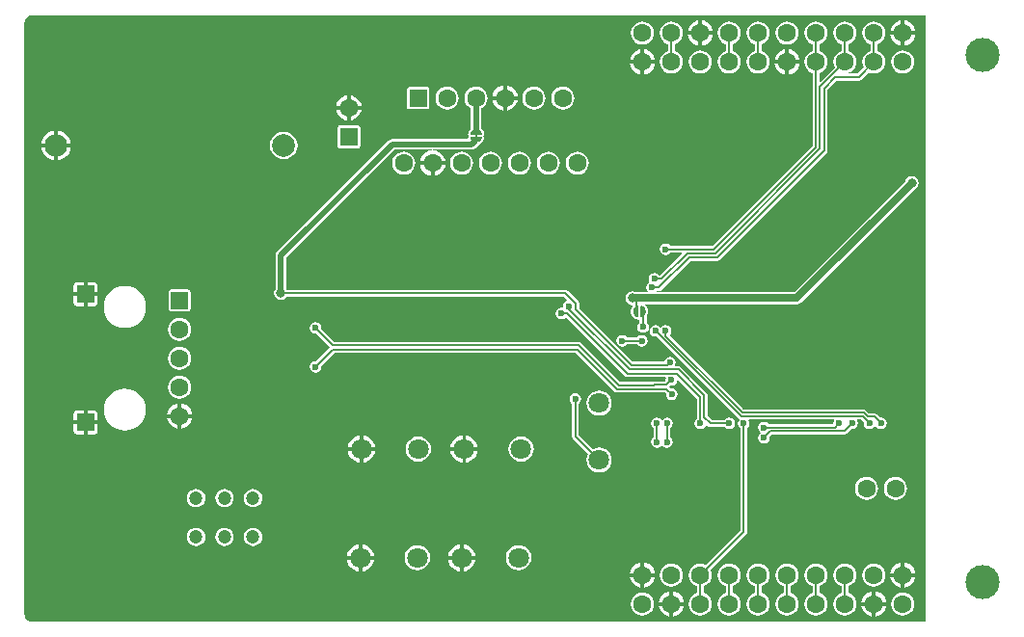
<source format=gbl>
G04 Layer_Physical_Order=2*
G04 Layer_Color=16711680*
%FSTAX24Y24*%
%MOIN*%
G70*
G01*
G75*
%ADD21C,0.0250*%
%ADD23C,0.0060*%
%ADD24C,0.0080*%
%ADD26C,0.0630*%
%ADD27C,0.1968*%
%ADD28C,0.1181*%
%ADD29R,0.0591X0.0591*%
%ADD30C,0.0787*%
%ADD31R,0.0610X0.0610*%
%ADD32R,0.0630X0.0630*%
%ADD33C,0.0709*%
%ADD34C,0.0472*%
%ADD35C,0.0236*%
%ADD36C,0.0315*%
%ADD37C,0.0079*%
%ADD38C,0.0200*%
G36*
X05979Y026173D02*
X0289D01*
Y026173D01*
X028831Y026182D01*
X028766Y026209D01*
X028711Y026251D01*
X028669Y026306D01*
X028642Y026371D01*
X028633Y02644D01*
X028633D01*
Y04689D01*
X028633D01*
X028642Y046959D01*
X028669Y047024D01*
X028711Y047079D01*
X028766Y047121D01*
X028831Y047148D01*
X0289Y047157D01*
Y047157D01*
X05979D01*
Y026173D01*
D02*
G37*
%LPC*%
G36*
X04768Y034082D02*
X047603Y034067D01*
X047537Y034023D01*
X047493Y033957D01*
X047478Y03388D01*
X047493Y033803D01*
X047537Y033737D01*
X047568Y033717D01*
Y032592D01*
X047568Y032592D01*
X047576Y032549D01*
X047601Y032512D01*
X048121Y031992D01*
X048121Y031991D01*
X048077Y031885D01*
X048062Y031772D01*
X048077Y031658D01*
X048121Y031552D01*
X04819Y031462D01*
X048281Y031392D01*
X048387Y031348D01*
X0485Y031333D01*
X048613Y031348D01*
X048719Y031392D01*
X04881Y031462D01*
X048879Y031552D01*
X048923Y031658D01*
X048938Y031772D01*
X048923Y031885D01*
X048879Y031991D01*
X04881Y032081D01*
X048719Y032151D01*
X048613Y032195D01*
X0485Y03221D01*
X048387Y032195D01*
X048281Y032151D01*
X04828Y03215D01*
X047792Y032638D01*
Y033717D01*
X047823Y033737D01*
X047867Y033803D01*
X047882Y03388D01*
X047867Y033957D01*
X047823Y034023D01*
X047757Y034067D01*
X04768Y034082D01*
D02*
G37*
G36*
X040224Y03209D02*
X039814D01*
X039822Y032026D01*
X03987Y031911D01*
X039946Y031812D01*
X040045Y031736D01*
X04016Y031688D01*
X040224Y031679D01*
Y03209D01*
D02*
G37*
G36*
X05775Y031188D02*
X057647Y031175D01*
X057551Y031135D01*
X057468Y031072D01*
X057405Y030989D01*
X057365Y030893D01*
X057352Y03079D01*
X057365Y030687D01*
X057405Y030591D01*
X057468Y030508D01*
X057551Y030445D01*
X057647Y030405D01*
X05775Y030392D01*
X057853Y030405D01*
X057949Y030445D01*
X058032Y030508D01*
X058095Y030591D01*
X058135Y030687D01*
X058148Y03079D01*
X058135Y030893D01*
X058095Y030989D01*
X058032Y031072D01*
X057949Y031135D01*
X057853Y031175D01*
X05775Y031188D01*
D02*
G37*
G36*
X05875D02*
X058647Y031175D01*
X058551Y031135D01*
X058468Y031072D01*
X058405Y030989D01*
X058365Y030893D01*
X058352Y03079D01*
X058365Y030687D01*
X058405Y030591D01*
X058468Y030508D01*
X058551Y030445D01*
X058647Y030405D01*
X05875Y030392D01*
X058853Y030405D01*
X058949Y030445D01*
X059032Y030508D01*
X059095Y030591D01*
X059135Y030687D01*
X059148Y03079D01*
X059135Y030893D01*
X059095Y030989D01*
X059032Y031072D01*
X058949Y031135D01*
X058853Y031175D01*
X05875Y031188D01*
D02*
G37*
G36*
X044305Y03209D02*
X043894D01*
Y031679D01*
X043958Y031688D01*
X044073Y031736D01*
X044173Y031812D01*
X044249Y031911D01*
X044296Y032026D01*
X044305Y03209D01*
D02*
G37*
G36*
X042253Y032588D02*
X042139Y032573D01*
X042034Y032529D01*
X041943Y03246D01*
X041873Y032369D01*
X04183Y032263D01*
X041815Y03215D01*
X04183Y032037D01*
X041873Y031931D01*
X041943Y03184D01*
X042034Y031771D01*
X042139Y031727D01*
X042253Y031712D01*
X042366Y031727D01*
X042472Y031771D01*
X042563Y03184D01*
X042632Y031931D01*
X042676Y032037D01*
X042691Y03215D01*
X042676Y032263D01*
X042632Y032369D01*
X042563Y03246D01*
X042472Y032529D01*
X042366Y032573D01*
X042253Y032588D01*
D02*
G37*
G36*
X043774Y03209D02*
X043364D01*
X043372Y032026D01*
X04342Y031911D01*
X043496Y031812D01*
X043595Y031736D01*
X04371Y031688D01*
X043774Y031679D01*
Y03209D01*
D02*
G37*
G36*
X040755D02*
X040344D01*
Y031679D01*
X040408Y031688D01*
X040523Y031736D01*
X040623Y031812D01*
X040699Y031911D01*
X040746Y032026D01*
X040755Y03209D01*
D02*
G37*
G36*
X034566Y02943D02*
X034483Y02942D01*
X034406Y029388D01*
X03434Y029337D01*
X03429Y029271D01*
X034258Y029194D01*
X034247Y029111D01*
X034258Y029029D01*
X03429Y028952D01*
X03434Y028886D01*
X034406Y028835D01*
X034483Y028803D01*
X034566Y028792D01*
X034648Y028803D01*
X034725Y028835D01*
X034791Y028886D01*
X034842Y028952D01*
X034874Y029029D01*
X034885Y029111D01*
X034874Y029194D01*
X034842Y029271D01*
X034791Y029337D01*
X034725Y029388D01*
X034648Y02942D01*
X034566Y02943D01*
D02*
G37*
G36*
X03555D02*
X035467Y02942D01*
X035391Y029388D01*
X035324Y029337D01*
X035274Y029271D01*
X035242Y029194D01*
X035231Y029111D01*
X035242Y029029D01*
X035274Y028952D01*
X035324Y028886D01*
X035391Y028835D01*
X035467Y028803D01*
X03555Y028792D01*
X035633Y028803D01*
X035709Y028835D01*
X035776Y028886D01*
X035826Y028952D01*
X035858Y029029D01*
X035869Y029111D01*
X035858Y029194D01*
X035826Y029271D01*
X035776Y029337D01*
X035709Y029388D01*
X035633Y02942D01*
X03555Y02943D01*
D02*
G37*
G36*
X04031Y028861D02*
Y02845D01*
X040721D01*
X040712Y028514D01*
X040664Y028629D01*
X040588Y028728D01*
X040489Y028804D01*
X040374Y028852D01*
X04031Y028861D01*
D02*
G37*
G36*
X04381D02*
Y02845D01*
X044221D01*
X044212Y028514D01*
X044164Y028629D01*
X044088Y028728D01*
X043989Y028804D01*
X043874Y028852D01*
X04381Y028861D01*
D02*
G37*
G36*
X03555Y030769D02*
X035467Y030758D01*
X035391Y030726D01*
X035324Y030676D01*
X035274Y030609D01*
X035242Y030533D01*
X035231Y03045D01*
X035242Y030367D01*
X035274Y030291D01*
X035324Y030224D01*
X035391Y030174D01*
X035467Y030142D01*
X03555Y030131D01*
X035633Y030142D01*
X035709Y030174D01*
X035776Y030224D01*
X035826Y030291D01*
X035858Y030367D01*
X035869Y03045D01*
X035858Y030533D01*
X035826Y030609D01*
X035776Y030676D01*
X035709Y030726D01*
X035633Y030758D01*
X03555Y030769D01*
D02*
G37*
G36*
X036534D02*
X036452Y030758D01*
X036375Y030726D01*
X036309Y030676D01*
X036258Y030609D01*
X036226Y030533D01*
X036215Y03045D01*
X036226Y030367D01*
X036258Y030291D01*
X036309Y030224D01*
X036375Y030174D01*
X036452Y030142D01*
X036534Y030131D01*
X036617Y030142D01*
X036694Y030174D01*
X03676Y030224D01*
X03681Y030291D01*
X036842Y030367D01*
X036853Y03045D01*
X036842Y030533D01*
X03681Y030609D01*
X03676Y030676D01*
X036694Y030726D01*
X036617Y030758D01*
X036534Y030769D01*
D02*
G37*
G36*
Y02943D02*
X036452Y02942D01*
X036375Y029388D01*
X036309Y029337D01*
X036258Y029271D01*
X036226Y029194D01*
X036215Y029111D01*
X036226Y029029D01*
X036258Y028952D01*
X036309Y028886D01*
X036375Y028835D01*
X036452Y028803D01*
X036534Y028792D01*
X036617Y028803D01*
X036694Y028835D01*
X03676Y028886D01*
X03681Y028952D01*
X036842Y029029D01*
X036853Y029111D01*
X036842Y029194D01*
X03681Y029271D01*
X03676Y029337D01*
X036694Y029388D01*
X036617Y02942D01*
X036534Y02943D01*
D02*
G37*
G36*
X034566Y030769D02*
X034483Y030758D01*
X034406Y030726D01*
X03434Y030676D01*
X03429Y030609D01*
X034258Y030533D01*
X034247Y03045D01*
X034258Y030367D01*
X03429Y030291D01*
X03434Y030224D01*
X034406Y030174D01*
X034483Y030142D01*
X034566Y030131D01*
X034648Y030142D01*
X034725Y030174D01*
X034791Y030224D01*
X034842Y030291D01*
X034874Y030367D01*
X034885Y03045D01*
X034874Y030533D01*
X034842Y030609D01*
X034791Y030676D01*
X034725Y030726D01*
X034648Y030758D01*
X034566Y030769D01*
D02*
G37*
G36*
X030689Y03349D02*
X030454D01*
X030407Y03348D01*
X030367Y033454D01*
X030341Y033414D01*
X030331Y033367D01*
Y033132D01*
X030689D01*
Y03349D01*
D02*
G37*
G36*
X031044D02*
X030809D01*
Y033132D01*
X031166D01*
Y033367D01*
X031157Y033414D01*
X031131Y033454D01*
X031091Y03348D01*
X031044Y03349D01*
D02*
G37*
G36*
X03394Y03323D02*
X033569D01*
X033576Y033176D01*
X03362Y033071D01*
X03369Y03298D01*
X033781Y03291D01*
X033886Y032866D01*
X03394Y032859D01*
Y03323D01*
D02*
G37*
G36*
X034431D02*
X03406D01*
Y032859D01*
X034114Y032866D01*
X034219Y03291D01*
X03431Y03298D01*
X03438Y033071D01*
X034424Y033176D01*
X034431Y03323D01*
D02*
G37*
G36*
X03394Y033721D02*
X033886Y033714D01*
X033781Y03367D01*
X03369Y0336D01*
X03362Y033509D01*
X033576Y033404D01*
X033569Y03335D01*
X03394D01*
Y033721D01*
D02*
G37*
G36*
X03406D02*
Y03335D01*
X034431D01*
X034424Y033404D01*
X03438Y033509D01*
X03431Y0336D01*
X034219Y03367D01*
X034114Y033714D01*
X03406Y033721D01*
D02*
G37*
G36*
X05085Y033242D02*
X050773Y033227D01*
X050707Y033183D01*
X05069Y033157D01*
X05066D01*
X050643Y033183D01*
X050577Y033227D01*
X0505Y033242D01*
X050423Y033227D01*
X050357Y033183D01*
X050313Y033117D01*
X050298Y03304D01*
X050313Y032963D01*
X050357Y032897D01*
X050388Y032877D01*
Y032553D01*
X050357Y032533D01*
X050313Y032467D01*
X050298Y03239D01*
X050313Y032313D01*
X050357Y032247D01*
X050423Y032203D01*
X0505Y032188D01*
X050577Y032203D01*
X050643Y032247D01*
X05066Y032273D01*
X05069D01*
X050707Y032247D01*
X050773Y032203D01*
X05085Y032188D01*
X050927Y032203D01*
X050993Y032247D01*
X051037Y032313D01*
X051052Y03239D01*
X051037Y032467D01*
X050993Y032533D01*
X050962Y032553D01*
Y032877D01*
X050993Y032897D01*
X051037Y032963D01*
X051052Y03304D01*
X051037Y033117D01*
X050993Y033183D01*
X050927Y033227D01*
X05085Y033242D01*
D02*
G37*
G36*
X0485Y034178D02*
X048387Y034163D01*
X048281Y034119D01*
X04819Y03405D01*
X048121Y033959D01*
X048077Y033853D01*
X048062Y03374D01*
X048077Y033627D01*
X048121Y033521D01*
X04819Y03343D01*
X048281Y033361D01*
X048387Y033317D01*
X0485Y033302D01*
X048613Y033317D01*
X048719Y033361D01*
X04881Y03343D01*
X048879Y033521D01*
X048923Y033627D01*
X048938Y03374D01*
X048923Y033853D01*
X048879Y033959D01*
X04881Y03405D01*
X048719Y034119D01*
X048613Y034163D01*
X0485Y034178D01*
D02*
G37*
G36*
X043774Y032621D02*
X04371Y032612D01*
X043595Y032564D01*
X043496Y032488D01*
X04342Y032389D01*
X043372Y032274D01*
X043364Y03221D01*
X043774D01*
Y032621D01*
D02*
G37*
G36*
X040344D02*
Y03221D01*
X040755D01*
X040746Y032274D01*
X040699Y032389D01*
X040623Y032488D01*
X040523Y032564D01*
X040408Y032612D01*
X040344Y032621D01*
D02*
G37*
G36*
X045803Y032588D02*
X045689Y032573D01*
X045584Y032529D01*
X045493Y03246D01*
X045423Y032369D01*
X04538Y032263D01*
X045365Y03215D01*
X04538Y032037D01*
X045423Y031931D01*
X045493Y03184D01*
X045584Y031771D01*
X045689Y031727D01*
X045803Y031712D01*
X045916Y031727D01*
X046022Y031771D01*
X046113Y03184D01*
X046182Y031931D01*
X046226Y032037D01*
X046241Y03215D01*
X046226Y032263D01*
X046182Y032369D01*
X046113Y03246D01*
X046022Y032529D01*
X045916Y032573D01*
X045803Y032588D01*
D02*
G37*
G36*
X040224Y032621D02*
X04016Y032612D01*
X040045Y032564D01*
X039946Y032488D01*
X03987Y032389D01*
X039822Y032274D01*
X039814Y03221D01*
X040224D01*
Y032621D01*
D02*
G37*
G36*
X031166Y033012D02*
X030809D01*
Y032654D01*
X031044D01*
X031091Y032664D01*
X031131Y03269D01*
X031157Y03273D01*
X031166Y032777D01*
Y033012D01*
D02*
G37*
G36*
X032106Y034242D02*
X031965Y034228D01*
X031829Y034187D01*
X031704Y03412D01*
X031594Y03403D01*
X031504Y033921D01*
X031437Y033795D01*
X031396Y03366D01*
X031382Y033518D01*
X031396Y033377D01*
X031437Y033241D01*
X031504Y033116D01*
X031594Y033006D01*
X031704Y032916D01*
X031829Y032849D01*
X031965Y032808D01*
X032106Y032794D01*
X032248Y032808D01*
X032383Y032849D01*
X032509Y032916D01*
X032618Y033006D01*
X032708Y033116D01*
X032775Y033241D01*
X032816Y033377D01*
X03283Y033518D01*
X032816Y03366D01*
X032775Y033795D01*
X032708Y033921D01*
X032618Y03403D01*
X032509Y03412D01*
X032383Y034187D01*
X032248Y034228D01*
X032106Y034242D01*
D02*
G37*
G36*
X043894Y032621D02*
Y03221D01*
X044305D01*
X044296Y032274D01*
X044249Y032389D01*
X044173Y032488D01*
X044073Y032564D01*
X043958Y032612D01*
X043894Y032621D01*
D02*
G37*
G36*
X030689Y033012D02*
X030331D01*
Y032777D01*
X030341Y03273D01*
X030367Y03269D01*
X030407Y032664D01*
X030454Y032654D01*
X030689D01*
Y033012D01*
D02*
G37*
G36*
X04369Y028861D02*
X043626Y028852D01*
X043511Y028804D01*
X043412Y028728D01*
X043336Y028629D01*
X043288Y028514D01*
X043279Y02845D01*
X04369D01*
Y028861D01*
D02*
G37*
G36*
X059Y027188D02*
X058897Y027175D01*
X058801Y027135D01*
X058718Y027072D01*
X058655Y026989D01*
X058615Y026893D01*
X058602Y02679D01*
X058615Y026687D01*
X058655Y026591D01*
X058718Y026508D01*
X058801Y026445D01*
X058897Y026405D01*
X059Y026392D01*
X059103Y026405D01*
X059199Y026445D01*
X059282Y026508D01*
X059345Y026591D01*
X059385Y026687D01*
X059398Y02679D01*
X059385Y026893D01*
X059345Y026989D01*
X059282Y027072D01*
X059199Y027135D01*
X059103Y027175D01*
X059Y027188D01*
D02*
G37*
G36*
X05794Y027221D02*
X057886Y027214D01*
X057781Y02717D01*
X05769Y0271D01*
X05762Y027009D01*
X057576Y026904D01*
X057569Y02685D01*
X05794D01*
Y027221D01*
D02*
G37*
G36*
X056Y028188D02*
X055897Y028175D01*
X055801Y028135D01*
X055718Y028072D01*
X055655Y027989D01*
X055615Y027893D01*
X055602Y02779D01*
X055615Y027687D01*
X055655Y027591D01*
X055718Y027508D01*
X055801Y027445D01*
X055878Y027413D01*
Y027167D01*
X055801Y027135D01*
X055718Y027072D01*
X055655Y026989D01*
X055615Y026893D01*
X055602Y02679D01*
X055615Y026687D01*
X055655Y026591D01*
X055718Y026508D01*
X055801Y026445D01*
X055897Y026405D01*
X056Y026392D01*
X056103Y026405D01*
X056199Y026445D01*
X056282Y026508D01*
X056345Y026591D01*
X056385Y026687D01*
X056398Y02679D01*
X056385Y026893D01*
X056345Y026989D01*
X056282Y027072D01*
X056199Y027135D01*
X056122Y027167D01*
Y027413D01*
X056199Y027445D01*
X056282Y027508D01*
X056345Y027591D01*
X056385Y027687D01*
X056398Y02779D01*
X056385Y027893D01*
X056345Y027989D01*
X056282Y028072D01*
X056199Y028135D01*
X056103Y028175D01*
X056Y028188D01*
D02*
G37*
G36*
X057D02*
X056897Y028175D01*
X056801Y028135D01*
X056718Y028072D01*
X056655Y027989D01*
X056615Y027893D01*
X056602Y02779D01*
X056615Y027687D01*
X056655Y027591D01*
X056718Y027508D01*
X056801Y027445D01*
X056878Y027413D01*
Y027167D01*
X056801Y027135D01*
X056718Y027072D01*
X056655Y026989D01*
X056615Y026893D01*
X056602Y02679D01*
X056615Y026687D01*
X056655Y026591D01*
X056718Y026508D01*
X056801Y026445D01*
X056897Y026405D01*
X057Y026392D01*
X057103Y026405D01*
X057199Y026445D01*
X057282Y026508D01*
X057345Y026591D01*
X057385Y026687D01*
X057398Y02679D01*
X057385Y026893D01*
X057345Y026989D01*
X057282Y027072D01*
X057199Y027135D01*
X057122Y027167D01*
Y027413D01*
X057199Y027445D01*
X057282Y027508D01*
X057345Y027591D01*
X057385Y027687D01*
X057398Y02779D01*
X057385Y027893D01*
X057345Y027989D01*
X057282Y028072D01*
X057199Y028135D01*
X057103Y028175D01*
X057Y028188D01*
D02*
G37*
G36*
X05806Y027221D02*
Y02685D01*
X058431D01*
X058424Y026904D01*
X05838Y027009D01*
X05831Y0271D01*
X058219Y02717D01*
X058114Y027214D01*
X05806Y027221D01*
D02*
G37*
G36*
X05894Y02773D02*
X058569D01*
X058576Y027676D01*
X05862Y027571D01*
X05869Y02748D01*
X058781Y02741D01*
X058886Y027366D01*
X05894Y027359D01*
Y02773D01*
D02*
G37*
G36*
X05094Y027221D02*
X050886Y027214D01*
X050781Y02717D01*
X05069Y0271D01*
X05062Y027009D01*
X050576Y026904D01*
X050569Y02685D01*
X05094D01*
Y027221D01*
D02*
G37*
G36*
X05106D02*
Y02685D01*
X051431D01*
X051424Y026904D01*
X05138Y027009D01*
X05131Y0271D01*
X051219Y02717D01*
X051114Y027214D01*
X05106Y027221D01*
D02*
G37*
G36*
X051431Y02673D02*
X05106D01*
Y026359D01*
X051114Y026366D01*
X051219Y02641D01*
X05131Y02648D01*
X05138Y026571D01*
X051424Y026676D01*
X051431Y02673D01*
D02*
G37*
G36*
X058431D02*
X05806D01*
Y026359D01*
X058114Y026366D01*
X058219Y02641D01*
X05831Y02648D01*
X05838Y026571D01*
X058424Y026676D01*
X058431Y02673D01*
D02*
G37*
G36*
X05794D02*
X057569D01*
X057576Y026676D01*
X05762Y026571D01*
X05769Y02648D01*
X057781Y02641D01*
X057886Y026366D01*
X05794Y026359D01*
Y02673D01*
D02*
G37*
G36*
X05094D02*
X050569D01*
X050576Y026676D01*
X05062Y026571D01*
X05069Y02648D01*
X050781Y02641D01*
X050886Y026366D01*
X05094Y026359D01*
Y02673D01*
D02*
G37*
G36*
X054Y028188D02*
X053897Y028175D01*
X053801Y028135D01*
X053718Y028072D01*
X053655Y027989D01*
X053615Y027893D01*
X053602Y02779D01*
X053615Y027687D01*
X053655Y027591D01*
X053718Y027508D01*
X053801Y027445D01*
X053878Y027413D01*
Y027167D01*
X053801Y027135D01*
X053718Y027072D01*
X053655Y026989D01*
X053615Y026893D01*
X053602Y02679D01*
X053615Y026687D01*
X053655Y026591D01*
X053718Y026508D01*
X053801Y026445D01*
X053897Y026405D01*
X054Y026392D01*
X054103Y026405D01*
X054199Y026445D01*
X054282Y026508D01*
X054345Y026591D01*
X054385Y026687D01*
X054398Y02679D01*
X054385Y026893D01*
X054345Y026989D01*
X054282Y027072D01*
X054199Y027135D01*
X054122Y027167D01*
Y027413D01*
X054199Y027445D01*
X054282Y027508D01*
X054345Y027591D01*
X054385Y027687D01*
X054398Y02779D01*
X054385Y027893D01*
X054345Y027989D01*
X054282Y028072D01*
X054199Y028135D01*
X054103Y028175D01*
X054Y028188D01*
D02*
G37*
G36*
X055D02*
X054897Y028175D01*
X054801Y028135D01*
X054718Y028072D01*
X054655Y027989D01*
X054615Y027893D01*
X054602Y02779D01*
X054615Y027687D01*
X054655Y027591D01*
X054718Y027508D01*
X054801Y027445D01*
X054878Y027413D01*
Y027167D01*
X054801Y027135D01*
X054718Y027072D01*
X054655Y026989D01*
X054615Y026893D01*
X054602Y02679D01*
X054615Y026687D01*
X054655Y026591D01*
X054718Y026508D01*
X054801Y026445D01*
X054897Y026405D01*
X055Y026392D01*
X055103Y026405D01*
X055199Y026445D01*
X055282Y026508D01*
X055345Y026591D01*
X055385Y026687D01*
X055398Y02679D01*
X055385Y026893D01*
X055345Y026989D01*
X055282Y027072D01*
X055199Y027135D01*
X055122Y027167D01*
Y027413D01*
X055199Y027445D01*
X055282Y027508D01*
X055345Y027591D01*
X055385Y027687D01*
X055398Y02779D01*
X055385Y027893D01*
X055345Y027989D01*
X055282Y028072D01*
X055199Y028135D01*
X055103Y028175D01*
X055Y028188D01*
D02*
G37*
G36*
X05Y027188D02*
X049897Y027175D01*
X049801Y027135D01*
X049718Y027072D01*
X049655Y026989D01*
X049615Y026893D01*
X049602Y02679D01*
X049615Y026687D01*
X049655Y026591D01*
X049718Y026508D01*
X049801Y026445D01*
X049897Y026405D01*
X05Y026392D01*
X050103Y026405D01*
X050199Y026445D01*
X050282Y026508D01*
X050345Y026591D01*
X050385Y026687D01*
X050398Y02679D01*
X050385Y026893D01*
X050345Y026989D01*
X050282Y027072D01*
X050199Y027135D01*
X050103Y027175D01*
X05Y027188D01*
D02*
G37*
G36*
X053Y028188D02*
X052897Y028175D01*
X052801Y028135D01*
X052718Y028072D01*
X052655Y027989D01*
X052615Y027893D01*
X052602Y02779D01*
X052615Y027687D01*
X052655Y027591D01*
X052718Y027508D01*
X052801Y027445D01*
X052878Y027413D01*
Y027167D01*
X052801Y027135D01*
X052718Y027072D01*
X052655Y026989D01*
X052615Y026893D01*
X052602Y02679D01*
X052615Y026687D01*
X052655Y026591D01*
X052718Y026508D01*
X052801Y026445D01*
X052897Y026405D01*
X053Y026392D01*
X053103Y026405D01*
X053199Y026445D01*
X053282Y026508D01*
X053345Y026591D01*
X053385Y026687D01*
X053398Y02679D01*
X053385Y026893D01*
X053345Y026989D01*
X053282Y027072D01*
X053199Y027135D01*
X053122Y027167D01*
Y027413D01*
X053199Y027445D01*
X053282Y027508D01*
X053345Y027591D01*
X053385Y027687D01*
X053398Y02779D01*
X053385Y027893D01*
X053345Y027989D01*
X053282Y028072D01*
X053199Y028135D01*
X053103Y028175D01*
X053Y028188D01*
D02*
G37*
G36*
X04369Y02833D02*
X043279D01*
X043288Y028266D01*
X043336Y028151D01*
X043412Y028052D01*
X043511Y027976D01*
X043626Y027928D01*
X04369Y027919D01*
Y02833D01*
D02*
G37*
G36*
X040721D02*
X04031D01*
Y027919D01*
X040374Y027928D01*
X040489Y027976D01*
X040588Y028052D01*
X040664Y028151D01*
X040712Y028266D01*
X040721Y02833D01*
D02*
G37*
G36*
X05906Y028221D02*
Y02785D01*
X059431D01*
X059424Y027904D01*
X05938Y028009D01*
X05931Y0281D01*
X059219Y02817D01*
X059114Y028214D01*
X05906Y028221D01*
D02*
G37*
G36*
X04019Y02833D02*
X039779D01*
X039788Y028266D01*
X039836Y028151D01*
X039912Y028052D01*
X040011Y027976D01*
X040126Y027928D01*
X04019Y027919D01*
Y02833D01*
D02*
G37*
G36*
X045718Y028828D02*
X045605Y028813D01*
X045499Y028769D01*
X045409Y0287D01*
X045339Y028609D01*
X045295Y028503D01*
X04528Y02839D01*
X045295Y028277D01*
X045339Y028171D01*
X045409Y02808D01*
X045499Y028011D01*
X045605Y027967D01*
X045718Y027952D01*
X045832Y027967D01*
X045938Y028011D01*
X046028Y02808D01*
X046098Y028171D01*
X046142Y028277D01*
X046157Y02839D01*
X046142Y028503D01*
X046098Y028609D01*
X046028Y0287D01*
X045938Y028769D01*
X045832Y028813D01*
X045718Y028828D01*
D02*
G37*
G36*
X04019Y028861D02*
X040126Y028852D01*
X040011Y028804D01*
X039912Y028728D01*
X039836Y028629D01*
X039788Y028514D01*
X039779Y02845D01*
X04019D01*
Y028861D01*
D02*
G37*
G36*
X044221Y02833D02*
X04381D01*
Y027919D01*
X043874Y027928D01*
X043989Y027976D01*
X044088Y028052D01*
X044164Y028151D01*
X044212Y028266D01*
X044221Y02833D01*
D02*
G37*
G36*
X042218Y028828D02*
X042105Y028813D01*
X041999Y028769D01*
X041909Y0287D01*
X041839Y028609D01*
X041795Y028503D01*
X04178Y02839D01*
X041795Y028277D01*
X041839Y028171D01*
X041909Y02808D01*
X041999Y028011D01*
X042105Y027967D01*
X042218Y027952D01*
X042332Y027967D01*
X042438Y028011D01*
X042528Y02808D01*
X042598Y028171D01*
X042642Y028277D01*
X042657Y02839D01*
X042642Y028503D01*
X042598Y028609D01*
X042528Y0287D01*
X042438Y028769D01*
X042332Y028813D01*
X042218Y028828D01*
D02*
G37*
G36*
X059431Y02773D02*
X05906D01*
Y027359D01*
X059114Y027366D01*
X059219Y02741D01*
X05931Y02748D01*
X05938Y027571D01*
X059424Y027676D01*
X059431Y02773D01*
D02*
G37*
G36*
X051Y028188D02*
X050897Y028175D01*
X050801Y028135D01*
X050718Y028072D01*
X050655Y027989D01*
X050615Y027893D01*
X050602Y02779D01*
X050615Y027687D01*
X050655Y027591D01*
X050718Y027508D01*
X050801Y027445D01*
X050897Y027405D01*
X051Y027392D01*
X051103Y027405D01*
X051199Y027445D01*
X051282Y027508D01*
X051345Y027591D01*
X051385Y027687D01*
X051398Y02779D01*
X051385Y027893D01*
X051345Y027989D01*
X051282Y028072D01*
X051199Y028135D01*
X051103Y028175D01*
X051Y028188D01*
D02*
G37*
G36*
X04994Y02773D02*
X049569D01*
X049576Y027676D01*
X04962Y027571D01*
X04969Y02748D01*
X049781Y02741D01*
X049886Y027366D01*
X04994Y027359D01*
Y02773D01*
D02*
G37*
G36*
X050431D02*
X05006D01*
Y027359D01*
X050114Y027366D01*
X050219Y02741D01*
X05031Y02748D01*
X05038Y027571D01*
X050424Y027676D01*
X050431Y02773D01*
D02*
G37*
G36*
X04994Y028221D02*
X049886Y028214D01*
X049781Y02817D01*
X04969Y0281D01*
X04962Y028009D01*
X049576Y027904D01*
X049569Y02785D01*
X04994D01*
Y028221D01*
D02*
G37*
G36*
X05006D02*
Y02785D01*
X050431D01*
X050424Y027904D01*
X05038Y028009D01*
X05031Y0281D01*
X050219Y02817D01*
X050114Y028214D01*
X05006Y028221D01*
D02*
G37*
G36*
X058Y028188D02*
X057897Y028175D01*
X057801Y028135D01*
X057718Y028072D01*
X057655Y027989D01*
X057615Y027893D01*
X057602Y02779D01*
X057615Y027687D01*
X057655Y027591D01*
X057718Y027508D01*
X057801Y027445D01*
X057897Y027405D01*
X058Y027392D01*
X058103Y027405D01*
X058199Y027445D01*
X058282Y027508D01*
X058345Y027591D01*
X058385Y027687D01*
X058398Y02779D01*
X058385Y027893D01*
X058345Y027989D01*
X058282Y028072D01*
X058199Y028135D01*
X058103Y028175D01*
X058Y028188D01*
D02*
G37*
G36*
X05894Y028221D02*
X058886Y028214D01*
X058781Y02817D01*
X05869Y0281D01*
X05862Y028009D01*
X058576Y027904D01*
X058569Y02785D01*
X05894D01*
Y028221D01*
D02*
G37*
G36*
X04994Y04548D02*
X049569D01*
X049576Y045426D01*
X04962Y045321D01*
X04969Y04523D01*
X049781Y04516D01*
X049886Y045116D01*
X04994Y045109D01*
Y04548D01*
D02*
G37*
G36*
X050431D02*
X05006D01*
Y045109D01*
X050114Y045116D01*
X050219Y04516D01*
X05031Y04523D01*
X05038Y045321D01*
X050424Y045426D01*
X050431Y04548D01*
D02*
G37*
G36*
X04531Y044721D02*
Y04435D01*
X045681D01*
X045674Y044404D01*
X04563Y044509D01*
X04556Y0446D01*
X045469Y04467D01*
X045364Y044714D01*
X04531Y044721D01*
D02*
G37*
G36*
X05494Y04548D02*
X054569D01*
X054576Y045426D01*
X05462Y045321D01*
X05469Y04523D01*
X054781Y04516D01*
X054886Y045116D01*
X05494Y045109D01*
Y04548D01*
D02*
G37*
G36*
X051Y046938D02*
X050897Y046925D01*
X050801Y046885D01*
X050718Y046822D01*
X050655Y046739D01*
X050615Y046643D01*
X050602Y04654D01*
X050615Y046437D01*
X050655Y046341D01*
X050718Y046258D01*
X050801Y046195D01*
X050878Y046163D01*
Y045917D01*
X050801Y045885D01*
X050718Y045822D01*
X050655Y045739D01*
X050615Y045643D01*
X050602Y04554D01*
X050615Y045437D01*
X050655Y045341D01*
X050718Y045258D01*
X050801Y045195D01*
X050897Y045155D01*
X051Y045142D01*
X051103Y045155D01*
X051199Y045195D01*
X051282Y045258D01*
X051345Y045341D01*
X051385Y045437D01*
X051398Y04554D01*
X051385Y045643D01*
X051345Y045739D01*
X051282Y045822D01*
X051199Y045885D01*
X051122Y045917D01*
Y046163D01*
X051199Y046195D01*
X051282Y046258D01*
X051345Y046341D01*
X051385Y046437D01*
X051398Y04654D01*
X051385Y046643D01*
X051345Y046739D01*
X051282Y046822D01*
X051199Y046885D01*
X051103Y046925D01*
X051Y046938D01*
D02*
G37*
G36*
X052Y045938D02*
X051897Y045925D01*
X051801Y045885D01*
X051718Y045822D01*
X051655Y045739D01*
X051615Y045643D01*
X051602Y04554D01*
X051615Y045437D01*
X051655Y045341D01*
X051718Y045258D01*
X051801Y045195D01*
X051897Y045155D01*
X052Y045142D01*
X052103Y045155D01*
X052199Y045195D01*
X052282Y045258D01*
X052345Y045341D01*
X052385Y045437D01*
X052398Y04554D01*
X052385Y045643D01*
X052345Y045739D01*
X052282Y045822D01*
X052199Y045885D01*
X052103Y045925D01*
X052Y045938D01*
D02*
G37*
G36*
X055431Y04548D02*
X05506D01*
Y045109D01*
X055114Y045116D01*
X055219Y04516D01*
X05531Y04523D01*
X05538Y045321D01*
X055424Y045426D01*
X055431Y04548D01*
D02*
G37*
G36*
X058Y046938D02*
X057897Y046925D01*
X057801Y046885D01*
X057718Y046822D01*
X057655Y046739D01*
X057615Y046643D01*
X057602Y04654D01*
X057615Y046437D01*
X057655Y046341D01*
X057718Y046258D01*
X057801Y046195D01*
X057878Y046163D01*
Y045917D01*
X057801Y045885D01*
X057718Y045822D01*
X057655Y045739D01*
X057615Y045643D01*
X057602Y04554D01*
X057615Y045437D01*
X057647Y04536D01*
X057424Y045137D01*
X057138D01*
X057132Y045167D01*
X057199Y045195D01*
X057282Y045258D01*
X057345Y045341D01*
X057385Y045437D01*
X057398Y04554D01*
X057385Y045643D01*
X057345Y045739D01*
X057282Y045822D01*
X057199Y045885D01*
X057122Y045917D01*
Y046163D01*
X057199Y046195D01*
X057282Y046258D01*
X057345Y046341D01*
X057385Y046437D01*
X057398Y04654D01*
X057385Y046643D01*
X057345Y046739D01*
X057282Y046822D01*
X057199Y046885D01*
X057103Y046925D01*
X057Y046938D01*
X056897Y046925D01*
X056801Y046885D01*
X056718Y046822D01*
X056655Y046739D01*
X056615Y046643D01*
X056602Y04654D01*
X056615Y046437D01*
X056655Y046341D01*
X056718Y046258D01*
X056801Y046195D01*
X056878Y046163D01*
Y045917D01*
X056801Y045885D01*
X056718Y045822D01*
X056655Y045739D01*
X056615Y045643D01*
X056602Y04554D01*
X056615Y045437D01*
X056647Y04536D01*
X05615Y044863D01*
X056122Y044875D01*
Y045163D01*
X056199Y045195D01*
X056282Y045258D01*
X056345Y045341D01*
X056385Y045437D01*
X056398Y04554D01*
X056385Y045643D01*
X056345Y045739D01*
X056282Y045822D01*
X056199Y045885D01*
X056122Y045917D01*
Y046163D01*
X056199Y046195D01*
X056282Y046258D01*
X056345Y046341D01*
X056385Y046437D01*
X056398Y04654D01*
X056385Y046643D01*
X056345Y046739D01*
X056282Y046822D01*
X056199Y046885D01*
X056103Y046925D01*
X056Y046938D01*
X055897Y046925D01*
X055801Y046885D01*
X055718Y046822D01*
X055655Y046739D01*
X055615Y046643D01*
X055602Y04654D01*
X055615Y046437D01*
X055655Y046341D01*
X055718Y046258D01*
X055801Y046195D01*
X055878Y046163D01*
Y045917D01*
X055801Y045885D01*
X055718Y045822D01*
X055655Y045739D01*
X055615Y045643D01*
X055602Y04554D01*
X055615Y045437D01*
X055655Y045341D01*
X055718Y045258D01*
X055801Y045195D01*
X055878Y045163D01*
Y042641D01*
X052419Y039182D01*
X050957D01*
X050943Y039203D01*
X050877Y039247D01*
X0508Y039262D01*
X050723Y039247D01*
X050657Y039203D01*
X050613Y039137D01*
X050598Y03906D01*
X050613Y038983D01*
X050657Y038917D01*
X050723Y038873D01*
X0508Y038858D01*
X050877Y038873D01*
X050943Y038917D01*
X050957Y038938D01*
X051357D01*
X051369Y03891D01*
X050621Y038162D01*
X050567D01*
X050553Y038183D01*
X050487Y038227D01*
X05041Y038242D01*
X050333Y038227D01*
X050267Y038183D01*
X050223Y038117D01*
X050208Y03804D01*
X050223Y037963D01*
X050249Y037924D01*
X050187Y037883D01*
X050143Y037817D01*
X050128Y03774D01*
X050143Y037663D01*
X050179Y037609D01*
X050164Y037579D01*
X049775D01*
X049753Y037594D01*
X04966Y037612D01*
X049567Y037594D01*
X049489Y037541D01*
X049436Y037463D01*
X049418Y03737D01*
X049436Y037277D01*
X049489Y037199D01*
X049567Y037146D01*
X049655Y037129D01*
Y03708D01*
X049634Y037054D01*
X04962Y03702D01*
X049615Y037012D01*
X049613Y037002D01*
X049606Y036984D01*
X049596Y03691D01*
X049606Y036836D01*
X049634Y036766D01*
X04968Y036707D01*
X04974Y036661D01*
X049784Y036643D01*
X049809Y036632D01*
X049812Y036632D01*
X049812Y036634D01*
X04984Y036628D01*
X049868Y036634D01*
X049898Y036614D01*
Y036527D01*
X049877Y036513D01*
X049833Y036447D01*
X049818Y03637D01*
X049833Y036293D01*
X049877Y036227D01*
X049943Y036183D01*
X05002Y036168D01*
X050097Y036183D01*
X050163Y036227D01*
X050207Y036293D01*
X050222Y03637D01*
X050207Y036447D01*
X050163Y036513D01*
X050142Y036527D01*
Y036736D01*
X050166Y036766D01*
X050194Y036836D01*
X050204Y03691D01*
X050194Y036984D01*
X050166Y037054D01*
X05012Y037113D01*
X050097Y037131D01*
X050107Y037161D01*
X05533D01*
X05533Y037161D01*
X05541Y037177D01*
X055478Y037222D01*
X059377Y041121D01*
X059403Y041126D01*
X059481Y041179D01*
X059534Y041257D01*
X059552Y04135D01*
X059534Y041443D01*
X059481Y041521D01*
X059403Y041574D01*
X05931Y041592D01*
X059217Y041574D01*
X059139Y041521D01*
X059086Y041443D01*
X059081Y041417D01*
X055243Y037579D01*
X050521D01*
X050505Y037609D01*
X05051Y037618D01*
X05057D01*
X050617Y037627D01*
X050657Y037653D01*
X051661Y038658D01*
X052586D01*
X052633Y038667D01*
X052672Y038693D01*
X056367Y042388D01*
X056393Y042427D01*
X056402Y042474D01*
Y044571D01*
X056724Y044893D01*
X057475D01*
X057522Y044902D01*
X057562Y044928D01*
X05782Y045187D01*
X057897Y045155D01*
X058Y045142D01*
X058103Y045155D01*
X058199Y045195D01*
X058282Y045258D01*
X058345Y045341D01*
X058385Y045437D01*
X058398Y04554D01*
X058385Y045643D01*
X058345Y045739D01*
X058282Y045822D01*
X058199Y045885D01*
X058122Y045917D01*
Y046163D01*
X058199Y046195D01*
X058282Y046258D01*
X058345Y046341D01*
X058385Y046437D01*
X058398Y04654D01*
X058385Y046643D01*
X058345Y046739D01*
X058282Y046822D01*
X058199Y046885D01*
X058103Y046925D01*
X058Y046938D01*
D02*
G37*
G36*
X04625Y044688D02*
X046147Y044675D01*
X046051Y044635D01*
X045968Y044572D01*
X045905Y044489D01*
X045865Y044393D01*
X045852Y04429D01*
X045865Y044187D01*
X045905Y044091D01*
X045968Y044008D01*
X046051Y043945D01*
X046147Y043905D01*
X04625Y043892D01*
X046353Y043905D01*
X046449Y043945D01*
X046532Y044008D01*
X046595Y044091D01*
X046635Y044187D01*
X046648Y04429D01*
X046635Y044393D01*
X046595Y044489D01*
X046532Y044572D01*
X046449Y044635D01*
X046353Y044675D01*
X04625Y044688D01*
D02*
G37*
G36*
X04725D02*
X047147Y044675D01*
X047051Y044635D01*
X046968Y044572D01*
X046905Y044489D01*
X046865Y044393D01*
X046852Y04429D01*
X046865Y044187D01*
X046905Y044091D01*
X046968Y044008D01*
X047051Y043945D01*
X047147Y043905D01*
X04725Y043892D01*
X047353Y043905D01*
X047449Y043945D01*
X047532Y044008D01*
X047595Y044091D01*
X047635Y044187D01*
X047648Y04429D01*
X047635Y044393D01*
X047595Y044489D01*
X047532Y044572D01*
X047449Y044635D01*
X047353Y044675D01*
X04725Y044688D01*
D02*
G37*
G36*
X045681Y04423D02*
X04531D01*
Y043859D01*
X045364Y043866D01*
X045469Y04391D01*
X04556Y04398D01*
X04563Y044071D01*
X045674Y044176D01*
X045681Y04423D01*
D02*
G37*
G36*
X04325Y044688D02*
X043147Y044675D01*
X043051Y044635D01*
X042968Y044572D01*
X042905Y044489D01*
X042865Y044393D01*
X042852Y04429D01*
X042865Y044187D01*
X042905Y044091D01*
X042968Y044008D01*
X043051Y043945D01*
X043147Y043905D01*
X04325Y043892D01*
X043353Y043905D01*
X043449Y043945D01*
X043532Y044008D01*
X043595Y044091D01*
X043635Y044187D01*
X043648Y04429D01*
X043635Y044393D01*
X043595Y044489D01*
X043532Y044572D01*
X043449Y044635D01*
X043353Y044675D01*
X04325Y044688D01*
D02*
G37*
G36*
X03991Y044381D02*
Y04401D01*
X040281D01*
X040274Y044064D01*
X04023Y044169D01*
X04016Y04426D01*
X040069Y04433D01*
X039964Y044374D01*
X03991Y044381D01*
D02*
G37*
G36*
X04519Y044721D02*
X045136Y044714D01*
X045031Y04467D01*
X04494Y0446D01*
X04487Y044509D01*
X044826Y044404D01*
X044819Y04435D01*
X04519D01*
Y044721D01*
D02*
G37*
G36*
X042555Y044677D02*
X041945D01*
X041914Y04467D01*
X041887Y044653D01*
X04187Y044626D01*
X041863Y044595D01*
Y043985D01*
X04187Y043954D01*
X041887Y043927D01*
X041914Y04391D01*
X041945Y043903D01*
X042555D01*
X042586Y04391D01*
X042613Y043927D01*
X04263Y043954D01*
X042637Y043985D01*
Y044595D01*
X04263Y044626D01*
X042613Y044653D01*
X042586Y04467D01*
X042555Y044677D01*
D02*
G37*
G36*
X03979Y044381D02*
X039736Y044374D01*
X039631Y04433D01*
X03954Y04426D01*
X03947Y044169D01*
X039426Y044064D01*
X039419Y04401D01*
X03979D01*
Y044381D01*
D02*
G37*
G36*
X053Y046938D02*
X052897Y046925D01*
X052801Y046885D01*
X052718Y046822D01*
X052655Y046739D01*
X052615Y046643D01*
X052602Y04654D01*
X052615Y046437D01*
X052655Y046341D01*
X052718Y046258D01*
X052801Y046195D01*
X052878Y046163D01*
Y045917D01*
X052801Y045885D01*
X052718Y045822D01*
X052655Y045739D01*
X052615Y045643D01*
X052602Y04554D01*
X052615Y045437D01*
X052655Y045341D01*
X052718Y045258D01*
X052801Y045195D01*
X052897Y045155D01*
X053Y045142D01*
X053103Y045155D01*
X053199Y045195D01*
X053282Y045258D01*
X053345Y045341D01*
X053385Y045437D01*
X053398Y04554D01*
X053385Y045643D01*
X053345Y045739D01*
X053282Y045822D01*
X053199Y045885D01*
X053122Y045917D01*
Y046163D01*
X053199Y046195D01*
X053282Y046258D01*
X053345Y046341D01*
X053385Y046437D01*
X053398Y04654D01*
X053385Y046643D01*
X053345Y046739D01*
X053282Y046822D01*
X053199Y046885D01*
X053103Y046925D01*
X053Y046938D01*
D02*
G37*
G36*
X05D02*
X049897Y046925D01*
X049801Y046885D01*
X049718Y046822D01*
X049655Y046739D01*
X049615Y046643D01*
X049602Y04654D01*
X049615Y046437D01*
X049655Y046341D01*
X049718Y046258D01*
X049801Y046195D01*
X049897Y046155D01*
X05Y046142D01*
X050103Y046155D01*
X050199Y046195D01*
X050282Y046258D01*
X050345Y046341D01*
X050385Y046437D01*
X050398Y04654D01*
X050385Y046643D01*
X050345Y046739D01*
X050282Y046822D01*
X050199Y046885D01*
X050103Y046925D01*
X05Y046938D01*
D02*
G37*
G36*
X055D02*
X054897Y046925D01*
X054801Y046885D01*
X054718Y046822D01*
X054655Y046739D01*
X054615Y046643D01*
X054602Y04654D01*
X054615Y046437D01*
X054655Y046341D01*
X054718Y046258D01*
X054801Y046195D01*
X054897Y046155D01*
X055Y046142D01*
X055103Y046155D01*
X055199Y046195D01*
X055282Y046258D01*
X055345Y046341D01*
X055385Y046437D01*
X055398Y04654D01*
X055385Y046643D01*
X055345Y046739D01*
X055282Y046822D01*
X055199Y046885D01*
X055103Y046925D01*
X055Y046938D01*
D02*
G37*
G36*
X052431Y04648D02*
X05206D01*
Y046109D01*
X052114Y046116D01*
X052219Y04616D01*
X05231Y04623D01*
X05238Y046321D01*
X052424Y046426D01*
X052431Y04648D01*
D02*
G37*
G36*
X059431D02*
X05906D01*
Y046109D01*
X059114Y046116D01*
X059219Y04616D01*
X05931Y04623D01*
X05938Y046321D01*
X059424Y046426D01*
X059431Y04648D01*
D02*
G37*
G36*
X05206Y046971D02*
Y0466D01*
X052431D01*
X052424Y046654D01*
X05238Y046759D01*
X05231Y04685D01*
X052219Y04692D01*
X052114Y046964D01*
X05206Y046971D01*
D02*
G37*
G36*
X05906D02*
Y0466D01*
X059431D01*
X059424Y046654D01*
X05938Y046759D01*
X05931Y04685D01*
X059219Y04692D01*
X059114Y046964D01*
X05906Y046971D01*
D02*
G37*
G36*
X05894D02*
X058886Y046964D01*
X058781Y04692D01*
X05869Y04685D01*
X05862Y046759D01*
X058576Y046654D01*
X058569Y0466D01*
X05894D01*
Y046971D01*
D02*
G37*
G36*
X05194D02*
X051886Y046964D01*
X051781Y04692D01*
X05169Y04685D01*
X05162Y046759D01*
X051576Y046654D01*
X051569Y0466D01*
X05194D01*
Y046971D01*
D02*
G37*
G36*
X05494Y045971D02*
X054886Y045964D01*
X054781Y04592D01*
X05469Y04585D01*
X05462Y045759D01*
X054576Y045654D01*
X054569Y0456D01*
X05494D01*
Y045971D01*
D02*
G37*
G36*
X04994D02*
X049886Y045964D01*
X049781Y04592D01*
X04969Y04585D01*
X04962Y045759D01*
X049576Y045654D01*
X049569Y0456D01*
X04994D01*
Y045971D01*
D02*
G37*
G36*
X054Y046938D02*
X053897Y046925D01*
X053801Y046885D01*
X053718Y046822D01*
X053655Y046739D01*
X053615Y046643D01*
X053602Y04654D01*
X053615Y046437D01*
X053655Y046341D01*
X053718Y046258D01*
X053801Y046195D01*
X053878Y046163D01*
Y045917D01*
X053801Y045885D01*
X053718Y045822D01*
X053655Y045739D01*
X053615Y045643D01*
X053602Y04554D01*
X053615Y045437D01*
X053655Y045341D01*
X053718Y045258D01*
X053801Y045195D01*
X053897Y045155D01*
X054Y045142D01*
X054103Y045155D01*
X054199Y045195D01*
X054282Y045258D01*
X054345Y045341D01*
X054385Y045437D01*
X054398Y04554D01*
X054385Y045643D01*
X054345Y045739D01*
X054282Y045822D01*
X054199Y045885D01*
X054122Y045917D01*
Y046163D01*
X054199Y046195D01*
X054282Y046258D01*
X054345Y046341D01*
X054385Y046437D01*
X054398Y04654D01*
X054385Y046643D01*
X054345Y046739D01*
X054282Y046822D01*
X054199Y046885D01*
X054103Y046925D01*
X054Y046938D01*
D02*
G37*
G36*
X059Y045938D02*
X058897Y045925D01*
X058801Y045885D01*
X058718Y045822D01*
X058655Y045739D01*
X058615Y045643D01*
X058602Y04554D01*
X058615Y045437D01*
X058655Y045341D01*
X058718Y045258D01*
X058801Y045195D01*
X058897Y045155D01*
X059Y045142D01*
X059103Y045155D01*
X059199Y045195D01*
X059282Y045258D01*
X059345Y045341D01*
X059385Y045437D01*
X059398Y04554D01*
X059385Y045643D01*
X059345Y045739D01*
X059282Y045822D01*
X059199Y045885D01*
X059103Y045925D01*
X059Y045938D01*
D02*
G37*
G36*
X05894Y04648D02*
X058569D01*
X058576Y046426D01*
X05862Y046321D01*
X05869Y04623D01*
X058781Y04616D01*
X058886Y046116D01*
X05894Y046109D01*
Y04648D01*
D02*
G37*
G36*
X05194D02*
X051569D01*
X051576Y046426D01*
X05162Y046321D01*
X05169Y04623D01*
X051781Y04616D01*
X051886Y046116D01*
X05194Y046109D01*
Y04648D01*
D02*
G37*
G36*
X05006Y045971D02*
Y0456D01*
X050431D01*
X050424Y045654D01*
X05038Y045759D01*
X05031Y04585D01*
X050219Y04592D01*
X050114Y045964D01*
X05006Y045971D01*
D02*
G37*
G36*
X05506D02*
Y0456D01*
X055431D01*
X055424Y045654D01*
X05538Y045759D01*
X05531Y04585D01*
X055219Y04592D01*
X055114Y045964D01*
X05506Y045971D01*
D02*
G37*
G36*
X031044Y037926D02*
X030809D01*
Y037568D01*
X031166D01*
Y037803D01*
X031157Y03785D01*
X031131Y03789D01*
X031091Y037916D01*
X031044Y037926D01*
D02*
G37*
G36*
X030689D02*
X030454D01*
X030407Y037916D01*
X030367Y03789D01*
X030341Y03785D01*
X030331Y037803D01*
Y037568D01*
X030689D01*
Y037926D01*
D02*
G37*
G36*
X031166Y037448D02*
X030809D01*
Y03709D01*
X031044D01*
X031091Y0371D01*
X031131Y037126D01*
X031157Y037166D01*
X031166Y037213D01*
Y037448D01*
D02*
G37*
G36*
X04269Y04198D02*
X042319D01*
X042326Y041926D01*
X04237Y041821D01*
X04244Y04173D01*
X042531Y04166D01*
X042636Y041616D01*
X04269Y041609D01*
Y04198D01*
D02*
G37*
G36*
X04375Y042438D02*
X043647Y042425D01*
X043551Y042385D01*
X043468Y042322D01*
X043405Y042239D01*
X043365Y042143D01*
X043352Y04204D01*
X043365Y041937D01*
X043405Y041841D01*
X043468Y041758D01*
X043551Y041695D01*
X043647Y041655D01*
X04375Y041642D01*
X043853Y041655D01*
X043949Y041695D01*
X044032Y041758D01*
X044095Y041841D01*
X044135Y041937D01*
X044148Y04204D01*
X044135Y042143D01*
X044095Y042239D01*
X044032Y042322D01*
X043949Y042385D01*
X043853Y042425D01*
X04375Y042438D01*
D02*
G37*
G36*
X04175D02*
X041647Y042425D01*
X041551Y042385D01*
X041468Y042322D01*
X041405Y042239D01*
X041365Y042143D01*
X041352Y04204D01*
X041365Y041937D01*
X041405Y041841D01*
X041468Y041758D01*
X041551Y041695D01*
X041647Y041655D01*
X04175Y041642D01*
X041853Y041655D01*
X041949Y041695D01*
X042032Y041758D01*
X042095Y041841D01*
X042135Y041937D01*
X042148Y04204D01*
X042135Y042143D01*
X042095Y042239D01*
X042032Y042322D01*
X041949Y042385D01*
X041853Y042425D01*
X04175Y042438D01*
D02*
G37*
G36*
X043181Y04198D02*
X04281D01*
Y041609D01*
X042864Y041616D01*
X042969Y04166D01*
X04306Y04173D01*
X04313Y041821D01*
X043174Y041926D01*
X043181Y04198D01*
D02*
G37*
G36*
X030689Y037448D02*
X030331D01*
Y037213D01*
X030341Y037166D01*
X030367Y037126D01*
X030407Y0371D01*
X030454Y03709D01*
X030689D01*
Y037448D01*
D02*
G37*
G36*
X034Y036688D02*
X033897Y036675D01*
X033801Y036635D01*
X033718Y036572D01*
X033655Y036489D01*
X033615Y036393D01*
X033602Y03629D01*
X033615Y036187D01*
X033655Y036091D01*
X033718Y036008D01*
X033801Y035945D01*
X033897Y035905D01*
X034Y035892D01*
X034103Y035905D01*
X034199Y035945D01*
X034282Y036008D01*
X034345Y036091D01*
X034385Y036187D01*
X034398Y03629D01*
X034385Y036393D01*
X034345Y036489D01*
X034282Y036572D01*
X034199Y036635D01*
X034103Y036675D01*
X034Y036688D01*
D02*
G37*
G36*
Y035688D02*
X033897Y035675D01*
X033801Y035635D01*
X033718Y035572D01*
X033655Y035489D01*
X033615Y035393D01*
X033602Y03529D01*
X033615Y035187D01*
X033655Y035091D01*
X033718Y035008D01*
X033801Y034945D01*
X033897Y034905D01*
X034Y034892D01*
X034103Y034905D01*
X034199Y034945D01*
X034282Y035008D01*
X034345Y035091D01*
X034385Y035187D01*
X034398Y03529D01*
X034385Y035393D01*
X034345Y035489D01*
X034282Y035572D01*
X034199Y035635D01*
X034103Y035675D01*
X034Y035688D01*
D02*
G37*
G36*
Y034688D02*
X033897Y034675D01*
X033801Y034635D01*
X033718Y034572D01*
X033655Y034489D01*
X033615Y034393D01*
X033602Y03429D01*
X033615Y034187D01*
X033655Y034091D01*
X033718Y034008D01*
X033801Y033945D01*
X033897Y033905D01*
X034Y033892D01*
X034103Y033905D01*
X034199Y033945D01*
X034282Y034008D01*
X034345Y034091D01*
X034385Y034187D01*
X034398Y03429D01*
X034385Y034393D01*
X034345Y034489D01*
X034282Y034572D01*
X034199Y034635D01*
X034103Y034675D01*
X034Y034688D01*
D02*
G37*
G36*
X04998Y036092D02*
X049903Y036077D01*
X049837Y036033D01*
X049817Y036002D01*
X049463D01*
X049443Y036033D01*
X049377Y036077D01*
X0493Y036092D01*
X049223Y036077D01*
X049157Y036033D01*
X049113Y035967D01*
X049098Y03589D01*
X049113Y035813D01*
X049157Y035747D01*
X049223Y035703D01*
X0493Y035688D01*
X049377Y035703D01*
X049443Y035747D01*
X049463Y035778D01*
X049817D01*
X049837Y035747D01*
X049903Y035703D01*
X04998Y035688D01*
X050057Y035703D01*
X050123Y035747D01*
X050167Y035813D01*
X050182Y03589D01*
X050167Y035967D01*
X050123Y036033D01*
X050057Y036077D01*
X04998Y036092D01*
D02*
G37*
G36*
X034295Y037667D02*
X033705D01*
X033674Y037661D01*
X033647Y037643D01*
X033629Y037616D01*
X033623Y037585D01*
Y036995D01*
X033629Y036964D01*
X033647Y036937D01*
X033674Y036919D01*
X033705Y036913D01*
X034295D01*
X034326Y036919D01*
X034353Y036937D01*
X034371Y036964D01*
X034377Y036995D01*
Y037585D01*
X034371Y037616D01*
X034353Y037643D01*
X034326Y037661D01*
X034295Y037667D01*
D02*
G37*
G36*
X0508Y036442D02*
X050723Y036427D01*
X050657Y036383D01*
X05064Y036357D01*
X05061D01*
X050593Y036383D01*
X050527Y036427D01*
X05045Y036442D01*
X050373Y036427D01*
X050307Y036383D01*
X050263Y036317D01*
X050248Y03624D01*
X050263Y036163D01*
X050307Y036097D01*
X050373Y036053D01*
X05045Y036038D01*
X050486Y036045D01*
X053331Y033201D01*
X053331Y033201D01*
X053332Y0332D01*
X053341Y033158D01*
X053313Y033117D01*
X053298Y03304D01*
X053313Y032963D01*
X053357Y032897D01*
X053378Y032883D01*
Y029341D01*
X05218Y028143D01*
X052103Y028175D01*
X052Y028188D01*
X051897Y028175D01*
X051801Y028135D01*
X051718Y028072D01*
X051655Y027989D01*
X051615Y027893D01*
X051602Y02779D01*
X051615Y027687D01*
X051655Y027591D01*
X051718Y027508D01*
X051801Y027445D01*
X051878Y027413D01*
Y027167D01*
X051801Y027135D01*
X051718Y027072D01*
X051655Y026989D01*
X051615Y026893D01*
X051602Y02679D01*
X051615Y026687D01*
X051655Y026591D01*
X051718Y026508D01*
X051801Y026445D01*
X051897Y026405D01*
X052Y026392D01*
X052103Y026405D01*
X052199Y026445D01*
X052282Y026508D01*
X052345Y026591D01*
X052385Y026687D01*
X052398Y02679D01*
X052385Y026893D01*
X052345Y026989D01*
X052282Y027072D01*
X052199Y027135D01*
X052122Y027167D01*
Y027413D01*
X052199Y027445D01*
X052282Y027508D01*
X052345Y027591D01*
X052385Y027687D01*
X052398Y02779D01*
X052385Y027893D01*
X052353Y02797D01*
X053587Y029203D01*
X053613Y029243D01*
X053622Y02929D01*
Y032883D01*
X053643Y032897D01*
X053687Y032963D01*
X053702Y03304D01*
X053687Y033117D01*
X053671Y033141D01*
X053685Y033168D01*
X056615D01*
X056629Y033141D01*
X056613Y033117D01*
X056598Y03304D01*
X0566Y033032D01*
X056575Y033002D01*
X054363D01*
X054343Y033033D01*
X054277Y033077D01*
X0542Y033092D01*
X054123Y033077D01*
X054057Y033033D01*
X054013Y032967D01*
X053998Y03289D01*
X054013Y032813D01*
X054057Y032747D01*
X054083Y03273D01*
Y0327D01*
X054057Y032683D01*
X054013Y032617D01*
X053998Y03254D01*
X054013Y032463D01*
X054057Y032397D01*
X054123Y032353D01*
X0542Y032338D01*
X054277Y032353D01*
X054343Y032397D01*
X054387Y032463D01*
X054402Y03254D01*
X054395Y032576D01*
X054476Y032658D01*
X05698D01*
X05698Y032658D01*
X057023Y032666D01*
X057059Y032691D01*
X057214Y032845D01*
X05725Y032838D01*
X057327Y032853D01*
X057393Y032897D01*
X057437Y032963D01*
X057452Y03304D01*
X057437Y033117D01*
X057421Y033141D01*
X057435Y033168D01*
X057564D01*
X057655Y033076D01*
X057648Y03304D01*
X057663Y032963D01*
X057707Y032897D01*
X057773Y032853D01*
X05785Y032838D01*
X057927Y032853D01*
X057993Y032897D01*
X058034Y032958D01*
X05805Y032961D01*
X058066Y032958D01*
X058107Y032897D01*
X058173Y032853D01*
X05825Y032838D01*
X058327Y032853D01*
X058393Y032897D01*
X058437Y032963D01*
X058452Y03304D01*
X058437Y033117D01*
X058393Y033183D01*
X058327Y033227D01*
X05825Y033242D01*
X058214Y033235D01*
X058099Y033349D01*
X058063Y033374D01*
X05802Y033382D01*
X05802Y033382D01*
X057836D01*
X057739Y033479D01*
X057703Y033504D01*
X05766Y033512D01*
X05766Y033512D01*
X053506D01*
X050941Y036077D01*
X050943Y036097D01*
X050987Y036163D01*
X051002Y03624D01*
X050987Y036317D01*
X050943Y036383D01*
X050877Y036427D01*
X0508Y036442D01*
D02*
G37*
G36*
X032106Y037786D02*
X031965Y037772D01*
X031829Y037731D01*
X031704Y037664D01*
X031594Y037574D01*
X031504Y037464D01*
X031437Y037339D01*
X031396Y037203D01*
X031382Y037062D01*
X031396Y03692D01*
X031437Y036785D01*
X031504Y036659D01*
X031594Y03655D01*
X031704Y03646D01*
X031829Y036393D01*
X031965Y036352D01*
X032106Y036338D01*
X032248Y036352D01*
X032383Y036393D01*
X032509Y03646D01*
X032618Y03655D01*
X032708Y036659D01*
X032775Y036785D01*
X032816Y03692D01*
X03283Y037062D01*
X032816Y037203D01*
X032775Y037339D01*
X032708Y037464D01*
X032618Y037574D01*
X032509Y037664D01*
X032383Y037731D01*
X032248Y037772D01*
X032106Y037786D01*
D02*
G37*
G36*
X04475Y042438D02*
X044647Y042425D01*
X044551Y042385D01*
X044468Y042322D01*
X044405Y042239D01*
X044365Y042143D01*
X044352Y04204D01*
X044365Y041937D01*
X044405Y041841D01*
X044468Y041758D01*
X044551Y041695D01*
X044647Y041655D01*
X04475Y041642D01*
X044853Y041655D01*
X044949Y041695D01*
X045032Y041758D01*
X045095Y041841D01*
X045135Y041937D01*
X045148Y04204D01*
X045135Y042143D01*
X045095Y042239D01*
X045032Y042322D01*
X044949Y042385D01*
X044853Y042425D01*
X04475Y042438D01*
D02*
G37*
G36*
X029786Y04316D02*
Y04271D01*
X030236D01*
X030226Y042784D01*
X030175Y042909D01*
X030092Y043016D01*
X029985Y043099D01*
X02986Y04315D01*
X029786Y04316D01*
D02*
G37*
G36*
X029666D02*
X029592Y04315D01*
X029467Y043099D01*
X02936Y043016D01*
X029277Y042909D01*
X029225Y042784D01*
X029216Y04271D01*
X029666D01*
Y04316D01*
D02*
G37*
G36*
X040165Y043347D02*
X039535D01*
X039504Y04334D01*
X039477Y043323D01*
X03946Y043296D01*
X039453Y043265D01*
Y042635D01*
X03946Y042604D01*
X039477Y042577D01*
X039504Y04256D01*
X039535Y042553D01*
X040165D01*
X040196Y04256D01*
X040223Y042577D01*
X04024Y042604D01*
X040247Y042635D01*
Y043265D01*
X04024Y043296D01*
X040223Y043323D01*
X040196Y04334D01*
X040165Y043347D01*
D02*
G37*
G36*
X04519Y04423D02*
X044819D01*
X044826Y044176D01*
X04487Y044071D01*
X04494Y04398D01*
X045031Y04391D01*
X045136Y043866D01*
X04519Y043859D01*
Y04423D01*
D02*
G37*
G36*
X040281Y04389D02*
X03991D01*
Y043519D01*
X039964Y043526D01*
X040069Y04357D01*
X04016Y04364D01*
X04023Y043731D01*
X040274Y043836D01*
X040281Y04389D01*
D02*
G37*
G36*
X03979D02*
X039419D01*
X039426Y043836D01*
X03947Y043731D01*
X03954Y04364D01*
X039631Y04357D01*
X039736Y043526D01*
X03979Y043519D01*
Y04389D01*
D02*
G37*
G36*
X0376Y043128D02*
X037476Y043112D01*
X037361Y043064D01*
X037262Y042988D01*
X037186Y042889D01*
X037138Y042774D01*
X037122Y04265D01*
X037138Y042526D01*
X037186Y042411D01*
X037262Y042312D01*
X037361Y042236D01*
X037476Y042188D01*
X0376Y042172D01*
X037724Y042188D01*
X037839Y042236D01*
X037938Y042312D01*
X038014Y042411D01*
X038062Y042526D01*
X038078Y04265D01*
X038062Y042774D01*
X038014Y042889D01*
X037938Y042988D01*
X037839Y043064D01*
X037724Y043112D01*
X0376Y043128D01*
D02*
G37*
G36*
X04775Y042438D02*
X047647Y042425D01*
X047551Y042385D01*
X047468Y042322D01*
X047405Y042239D01*
X047365Y042143D01*
X047352Y04204D01*
X047365Y041937D01*
X047405Y041841D01*
X047468Y041758D01*
X047551Y041695D01*
X047647Y041655D01*
X04775Y041642D01*
X047853Y041655D01*
X047949Y041695D01*
X048032Y041758D01*
X048095Y041841D01*
X048135Y041937D01*
X048148Y04204D01*
X048135Y042143D01*
X048095Y042239D01*
X048032Y042322D01*
X047949Y042385D01*
X047853Y042425D01*
X04775Y042438D01*
D02*
G37*
G36*
X04425Y044688D02*
X044147Y044675D01*
X044051Y044635D01*
X043968Y044572D01*
X043905Y044489D01*
X043865Y044393D01*
X043852Y04429D01*
X043865Y044187D01*
X043905Y044091D01*
X043968Y044008D01*
X044051Y043945D01*
X044066Y043939D01*
Y043235D01*
X044047Y04322D01*
X044001Y04316D01*
X043983Y043116D01*
X043972Y043091D01*
X043972Y043088D01*
X043974Y043088D01*
X043968Y04306D01*
X043977Y043017D01*
X043995Y04299D01*
X043977Y042963D01*
X043968Y04292D01*
X043972Y042904D01*
X043957Y04288D01*
X043949Y042874D01*
X04135D01*
X04128Y04286D01*
X04122Y04282D01*
X03737Y03897D01*
X03733Y03891D01*
X037316Y03884D01*
Y037693D01*
X037276Y037633D01*
X037258Y03754D01*
X037276Y037447D01*
X037329Y037369D01*
X037407Y037316D01*
X0375Y037298D01*
X037593Y037316D01*
X037671Y037369D01*
X037704Y037418D01*
X047286D01*
X047396Y037308D01*
X047387Y037279D01*
X047373Y037277D01*
X047307Y037233D01*
X047263Y037167D01*
X047248Y03709D01*
X047255Y037057D01*
X047233Y037035D01*
X0472Y037042D01*
X047123Y037027D01*
X047057Y036983D01*
X047013Y036917D01*
X046998Y03684D01*
X047013Y036763D01*
X047057Y036697D01*
X047123Y036653D01*
X0472Y036638D01*
X047277Y036653D01*
X047343Y036697D01*
X047367Y0367D01*
X049395Y034672D01*
X049435Y034645D01*
X049482Y034636D01*
X050792D01*
X050811Y034606D01*
X050798Y03454D01*
X050803Y034516D01*
X050774Y034487D01*
X050392D01*
X050367Y034482D01*
X049229D01*
X047889Y035822D01*
X04785Y035848D01*
X047803Y035857D01*
X039356D01*
X038897Y036316D01*
X038902Y03634D01*
X038887Y036417D01*
X038843Y036483D01*
X038777Y036527D01*
X0387Y036542D01*
X038623Y036527D01*
X038557Y036483D01*
X038513Y036417D01*
X038498Y03634D01*
X038513Y036263D01*
X038557Y036197D01*
X038623Y036153D01*
X0387Y036138D01*
X038724Y036143D01*
X039202Y035665D01*
X038724Y035187D01*
X0387Y035192D01*
X038623Y035177D01*
X038557Y035133D01*
X038513Y035067D01*
X038498Y03499D01*
X038513Y034913D01*
X038557Y034847D01*
X038623Y034803D01*
X0387Y034788D01*
X038777Y034803D01*
X038843Y034847D01*
X038887Y034913D01*
X038902Y03499D01*
X038897Y035014D01*
X039356Y035473D01*
X047694D01*
X049033Y034133D01*
X049073Y034107D01*
X04912Y034098D01*
X050445D01*
X05047Y034103D01*
X050784D01*
X050813Y034074D01*
X050808Y03405D01*
X050823Y033973D01*
X050867Y033907D01*
X050933Y033863D01*
X05101Y033848D01*
X051087Y033863D01*
X051153Y033907D01*
X051197Y033973D01*
X051212Y03405D01*
X051197Y034127D01*
X051153Y034193D01*
X051087Y034237D01*
X05101Y034252D01*
X050986Y034247D01*
X050933Y0343D01*
X050976Y034343D01*
X051Y034338D01*
X051077Y034353D01*
X051143Y034397D01*
X051187Y034463D01*
X051199Y034527D01*
X051231Y034538D01*
X051878Y033891D01*
Y033197D01*
X051857Y033183D01*
X051813Y033117D01*
X051798Y03304D01*
X051813Y032963D01*
X051857Y032897D01*
X051923Y032853D01*
X052Y032838D01*
X052077Y032853D01*
X052143Y032897D01*
X052187Y032963D01*
X052192Y032988D01*
X05222Y032997D01*
X052263Y032953D01*
X052303Y032927D01*
X05235Y032918D01*
X052843D01*
X052857Y032897D01*
X052923Y032853D01*
X053Y032838D01*
X053077Y032853D01*
X053143Y032897D01*
X053187Y032963D01*
X053202Y03304D01*
X053187Y033117D01*
X053143Y033183D01*
X053077Y033227D01*
X053Y033242D01*
X052923Y033227D01*
X052857Y033183D01*
X052843Y033162D01*
X052401D01*
X052262Y033301D01*
Y034D01*
X052253Y034047D01*
X052227Y034087D01*
X051328Y034985D01*
X051289Y035011D01*
X051242Y03502D01*
X05114D01*
X051126Y035047D01*
X051137Y035063D01*
X051152Y03514D01*
X051137Y035217D01*
X051093Y035283D01*
X051027Y035327D01*
X05095Y035342D01*
X050873Y035327D01*
X050807Y035283D01*
X050763Y035217D01*
X050756Y03518D01*
X049659D01*
X04781Y037029D01*
Y037189D01*
X047801Y037235D01*
X047775Y037275D01*
X047423Y037627D01*
X047384Y037653D01*
X047337Y037662D01*
X037704D01*
X037684Y037693D01*
Y038764D01*
X041426Y042506D01*
X042731D01*
X042733Y042476D01*
X042636Y042464D01*
X042531Y04242D01*
X04244Y04235D01*
X04237Y042259D01*
X042326Y042154D01*
X042319Y0421D01*
X04275D01*
Y04204D01*
D01*
Y0421D01*
X043181D01*
X043174Y042154D01*
X04313Y042259D01*
X04306Y04235D01*
X042969Y04242D01*
X042864Y042464D01*
X042767Y042476D01*
X042769Y042506D01*
X044083D01*
X044153Y04252D01*
X044213Y04256D01*
X044348Y042695D01*
X044394Y042714D01*
X044453Y04276D01*
X044499Y04282D01*
X044517Y042864D01*
X044528Y042889D01*
X044528Y042892D01*
X044526Y042892D01*
X044532Y04292D01*
X044523Y042963D01*
X044505Y04299D01*
X044523Y043017D01*
X044532Y04306D01*
X044526Y043088D01*
X044528Y043088D01*
X044528Y043091D01*
X044514Y043125D01*
X044511Y043132D01*
X044509Y043136D01*
X044499Y04316D01*
X044453Y04322D01*
X044434Y043235D01*
Y043939D01*
X044449Y043945D01*
X044532Y044008D01*
X044595Y044091D01*
X044635Y044187D01*
X044648Y04429D01*
X044635Y044393D01*
X044595Y044489D01*
X044532Y044572D01*
X044449Y044635D01*
X044353Y044675D01*
X04425Y044688D01*
D02*
G37*
G36*
X04575Y042438D02*
X045647Y042425D01*
X045551Y042385D01*
X045468Y042322D01*
X045405Y042239D01*
X045365Y042143D01*
X045352Y04204D01*
X045365Y041937D01*
X045405Y041841D01*
X045468Y041758D01*
X045551Y041695D01*
X045647Y041655D01*
X04575Y041642D01*
X045853Y041655D01*
X045949Y041695D01*
X046032Y041758D01*
X046095Y041841D01*
X046135Y041937D01*
X046148Y04204D01*
X046135Y042143D01*
X046095Y042239D01*
X046032Y042322D01*
X045949Y042385D01*
X045853Y042425D01*
X04575Y042438D01*
D02*
G37*
G36*
X04675D02*
X046647Y042425D01*
X046551Y042385D01*
X046468Y042322D01*
X046405Y042239D01*
X046365Y042143D01*
X046352Y04204D01*
X046365Y041937D01*
X046405Y041841D01*
X046468Y041758D01*
X046551Y041695D01*
X046647Y041655D01*
X04675Y041642D01*
X046853Y041655D01*
X046949Y041695D01*
X047032Y041758D01*
X047095Y041841D01*
X047135Y041937D01*
X047148Y04204D01*
X047135Y042143D01*
X047095Y042239D01*
X047032Y042322D01*
X046949Y042385D01*
X046853Y042425D01*
X04675Y042438D01*
D02*
G37*
G36*
X029666Y04259D02*
X029216D01*
X029225Y042516D01*
X029277Y042391D01*
X02936Y042284D01*
X029467Y042201D01*
X029592Y04215D01*
X029666Y04214D01*
Y04259D01*
D02*
G37*
G36*
X030236D02*
X029786D01*
Y04214D01*
X02986Y04215D01*
X029985Y042201D01*
X030092Y042284D01*
X030175Y042391D01*
X030226Y042516D01*
X030236Y04259D01*
D02*
G37*
%LPD*%
G36*
X04987Y03708D02*
Y036741D01*
X049858Y03672D01*
X049838Y036713D01*
X049798Y036725D01*
X049762Y036748D01*
X049729Y03678D01*
X049696Y036834D01*
X049686Y036862D01*
X049684Y036949D01*
X049695Y036986D01*
X049718Y037025D01*
X049739Y037048D01*
X049768Y037077D01*
X049793Y037094D01*
X04984Y037109D01*
X04987Y03708D01*
D02*
G37*
G36*
X050002Y037095D02*
X050038Y037072D01*
X050071Y03704D01*
X050104Y036986D01*
X050114Y036958D01*
X050116Y036871D01*
X050105Y036834D01*
X050082Y036795D01*
X050061Y036772D01*
X050032Y036743D01*
X050007Y036726D01*
X04996Y036711D01*
X04993Y03674D01*
Y037079D01*
X049942Y0371D01*
X049962Y037107D01*
X050002Y037095D01*
D02*
G37*
G36*
X04444Y042938D02*
X044447Y042918D01*
X044435Y042878D01*
X044412Y042842D01*
X04438Y042809D01*
X044326Y042776D01*
X044298Y042766D01*
X044211Y042764D01*
X044174Y042775D01*
X044135Y042798D01*
X044112Y042819D01*
X044083Y042848D01*
X044066Y042873D01*
X044051Y04292D01*
X04408Y04295D01*
X044419D01*
X04444Y042938D01*
D02*
G37*
G36*
X044326Y043205D02*
X044365Y043182D01*
X044388Y043161D01*
X044417Y043132D01*
X044434Y043107D01*
X044449Y04306D01*
X04442Y04303D01*
X044081D01*
X04406Y043042D01*
X044053Y043062D01*
X044065Y043102D01*
X044088Y043138D01*
X04412Y043171D01*
X044174Y043204D01*
X044202Y043214D01*
X044289Y043216D01*
X044326Y043205D01*
D02*
G37*
D21*
X04966Y03737D02*
X05533D01*
X05931Y04135D01*
D23*
X05002Y036769D02*
G03*
X050023Y036771I-000103J000141D01*
G01*
X04996Y036741D02*
G03*
X05002Y036769I-000044J00017D01*
G01*
X04984Y03708D02*
G03*
X049777Y037049I000044J-00017D01*
G01*
D02*
G03*
X049718Y036969I000106J-000139D01*
G01*
D02*
G03*
X04984Y036741I000165J-000059D01*
G01*
X050023Y036771D02*
G03*
X050092Y03691I-000106J000139D01*
G01*
D02*
G03*
X04996Y03708I-000175J0D01*
G01*
X044419Y04306D02*
G03*
X044081Y04306I-00017J-000044D01*
G01*
Y04292D02*
G03*
X044419Y04292I00017J000044D01*
G01*
X0493Y03589D02*
X04998D01*
X04768Y032592D02*
X0485Y031772D01*
X04768Y032592D02*
Y03388D01*
X05802Y03327D02*
X05825Y03304D01*
X05779Y03327D02*
X05802D01*
X05766Y0334D02*
X05779Y03327D01*
X05346Y0334D02*
X05766D01*
X0508Y03606D02*
X05346Y0334D01*
X05761Y03328D02*
X05785Y03304D01*
X05341Y03328D02*
X05761D01*
X05045Y03624D02*
X05341Y03328D01*
X0508Y03606D02*
Y03624D01*
X05698Y03277D02*
X05725Y03304D01*
X05443Y03277D02*
X05698D01*
X0542Y03254D02*
X05443Y03277D01*
X05665Y03289D02*
X0568Y03304D01*
X0542Y03289D02*
X05665D01*
X05085Y03239D02*
Y03304D01*
X0505Y03239D02*
Y03304D01*
D24*
X05002Y036769D02*
Y036907D01*
Y03637D02*
Y036769D01*
X049777Y03691D02*
Y037049D01*
Y037253D01*
X050868Y035058D02*
X05095Y03514D01*
X049608Y035058D02*
X050868D01*
X047688Y036978D02*
X049608Y035058D01*
X047688Y036978D02*
Y037189D01*
X0375Y03754D02*
X047337D01*
X047688Y037189D01*
X051552Y03892D02*
X052528D01*
X050672Y03804D02*
X051552Y03892D01*
X05041Y03804D02*
X050672D01*
X05161Y03878D02*
X052586D01*
X05057Y03774D02*
X05161Y03878D01*
X05033Y03774D02*
X05057D01*
X05628Y042474D02*
Y044622D01*
X052586Y03878D02*
X05628Y042474D01*
X05614Y042532D02*
Y04468D01*
X052528Y03892D02*
X05614Y042532D01*
X05247Y03906D02*
X056Y04259D01*
X0508Y03906D02*
X05247D01*
X057475Y045015D02*
X058Y04554D01*
X05628Y044622D02*
X056673Y045015D01*
X057475D01*
X05614Y04468D02*
X057Y04554D01*
X052Y02779D02*
X0535Y02929D01*
Y03304D01*
X052D02*
Y033942D01*
X05214Y03325D02*
Y034D01*
Y03325D02*
X05235Y03304D01*
X047745Y035595D02*
X04912Y03422D01*
X0387Y03499D02*
X039305Y035595D01*
X047745D01*
X049178Y03436D02*
X050387D01*
X050392Y034365D01*
X04912Y03422D02*
X050445D01*
X05045Y034225D01*
X050392Y034365D02*
X050825D01*
X051Y03454D01*
X05045Y034225D02*
X050835D01*
X05101Y03405D01*
X039305Y035735D02*
X047803D01*
X049178Y03436D01*
X0387Y03634D02*
X039305Y035735D01*
X051184Y034758D02*
X052Y033942D01*
X049482Y034758D02*
X051184D01*
X051242Y034898D02*
X05214Y034D01*
X049542Y034898D02*
X051242D01*
X04745Y03699D02*
X049542Y034898D01*
X0474Y03684D02*
X049482Y034758D01*
X052Y02679D02*
Y02779D01*
X053Y02679D02*
Y02779D01*
X054Y02679D02*
Y02779D01*
X055Y02679D02*
Y02779D01*
X056Y02679D02*
Y02779D01*
X057Y02679D02*
Y02779D01*
X04745Y03699D02*
Y03709D01*
X05235Y03304D02*
X053D01*
X0472Y03684D02*
X0474D01*
X04966Y03737D02*
X049777Y037253D01*
X05002Y036907D02*
X050023Y03691D01*
X04425Y042857D02*
Y043123D01*
X056Y04554D02*
Y04654D01*
Y04259D02*
Y04554D01*
X054D02*
Y04654D01*
X057Y04554D02*
Y04654D01*
X058Y04554D02*
Y04654D01*
X053Y04554D02*
Y04654D01*
X051Y04554D02*
Y04654D01*
D26*
X034Y03529D02*
D03*
Y03629D02*
D03*
Y03429D02*
D03*
Y03329D02*
D03*
X05Y04554D02*
D03*
Y04654D02*
D03*
X051Y04554D02*
D03*
Y04654D02*
D03*
X052Y04554D02*
D03*
Y04654D02*
D03*
X053Y04554D02*
D03*
Y04654D02*
D03*
X054Y04554D02*
D03*
Y04654D02*
D03*
X055Y04554D02*
D03*
Y04654D02*
D03*
X056Y04554D02*
D03*
Y04654D02*
D03*
X057Y04554D02*
D03*
Y04654D02*
D03*
X058Y04554D02*
D03*
Y04654D02*
D03*
X059Y04554D02*
D03*
Y04654D02*
D03*
X05Y02679D02*
D03*
Y02779D02*
D03*
X051Y02679D02*
D03*
Y02779D02*
D03*
X052Y02679D02*
D03*
Y02779D02*
D03*
X053Y02679D02*
D03*
Y02779D02*
D03*
X054Y02679D02*
D03*
Y02779D02*
D03*
X055Y02679D02*
D03*
Y02779D02*
D03*
X056Y02679D02*
D03*
Y02779D02*
D03*
X057Y02679D02*
D03*
Y02779D02*
D03*
X058Y02679D02*
D03*
Y02779D02*
D03*
X059Y02679D02*
D03*
Y02779D02*
D03*
X04725Y04429D02*
D03*
X04625D02*
D03*
X04525D02*
D03*
X04425D02*
D03*
X04325D02*
D03*
X03985Y04395D02*
D03*
X04775Y04204D02*
D03*
X04175D02*
D03*
X04275D02*
D03*
X04375D02*
D03*
X04475D02*
D03*
X04575D02*
D03*
X04675D02*
D03*
X05875Y03079D02*
D03*
X05775D02*
D03*
D27*
X03Y02754D02*
D03*
X038Y04579D02*
D03*
D28*
X06175Y02754D02*
D03*
Y04579D02*
D03*
D29*
X034Y03729D02*
D03*
X030749Y033072D02*
D03*
Y037508D02*
D03*
D30*
X0376Y04265D02*
D03*
X029726D02*
D03*
D31*
X04225Y04429D02*
D03*
D32*
X03985Y04295D02*
D03*
D33*
X0485Y031772D02*
D03*
Y03374D02*
D03*
X043834Y03215D02*
D03*
X045803D02*
D03*
X040284D02*
D03*
X042253D02*
D03*
X04025Y02839D02*
D03*
X042218D02*
D03*
X04375D02*
D03*
X045718D02*
D03*
D34*
X036534Y029111D02*
D03*
X034566D02*
D03*
X03555Y03045D02*
D03*
X034566D02*
D03*
X036534D02*
D03*
X03555Y029111D02*
D03*
D35*
X0507Y03854D02*
D03*
X04775Y02854D02*
D03*
X04975D02*
D03*
X05175D02*
D03*
X04761Y0361D02*
D03*
X04852Y03537D02*
D03*
X03275Y03254D02*
D03*
X0375Y03054D02*
D03*
X0385Y03254D02*
D03*
Y03554D02*
D03*
X03175Y04504D02*
D03*
X03875Y04154D02*
D03*
X0445Y04704D02*
D03*
X04875Y02954D02*
D03*
X05075D02*
D03*
X05Y03079D02*
D03*
X0515D02*
D03*
Y03204D02*
D03*
X05Y03229D02*
D03*
X04675Y03024D02*
D03*
X04075Y03504D02*
D03*
X0435Y03479D02*
D03*
X04575Y03654D02*
D03*
X042Y03704D02*
D03*
X04325Y03954D02*
D03*
X0454Y04079D02*
D03*
X04625Y04019D02*
D03*
X04825Y03904D02*
D03*
X043Y04304D02*
D03*
X04675D02*
D03*
X0485Y04394D02*
D03*
X04979Y0335D02*
D03*
X04802Y03432D02*
D03*
X05125Y03329D02*
D03*
X0365Y03954D02*
D03*
X039Y03879D02*
D03*
X03495Y03669D02*
D03*
Y03579D02*
D03*
X03275Y03479D02*
D03*
X03775Y03629D02*
D03*
Y03499D02*
D03*
X036Y03404D02*
D03*
X0355Y03204D02*
D03*
X032Y03104D02*
D03*
X03225Y03004D02*
D03*
X0305Y03054D02*
D03*
X041Y04304D02*
D03*
X0475Y04604D02*
D03*
X0435D02*
D03*
X0385Y04304D02*
D03*
X0415Y04554D02*
D03*
X0305Y03504D02*
D03*
X03225Y03954D02*
D03*
X036Y04154D02*
D03*
X03175D02*
D03*
X0335Y02629D02*
D03*
X0375D02*
D03*
X0415D02*
D03*
X0455D02*
D03*
X0495D02*
D03*
X0505Y02654D02*
D03*
X0515D02*
D03*
X0525D02*
D03*
X0535D02*
D03*
X0545D02*
D03*
X0555D02*
D03*
X0565D02*
D03*
X0585D02*
D03*
X0575D02*
D03*
X029Y03004D02*
D03*
Y03204D02*
D03*
Y03404D02*
D03*
Y03604D02*
D03*
Y03804D02*
D03*
Y04004D02*
D03*
Y04254D02*
D03*
Y04504D02*
D03*
Y04704D02*
D03*
X0345D02*
D03*
X0395D02*
D03*
X0495D02*
D03*
X051Y04054D02*
D03*
Y04254D02*
D03*
Y04454D02*
D03*
X053Y03079D02*
D03*
X054D02*
D03*
X05625D02*
D03*
X05575D02*
D03*
X05525D02*
D03*
X05475D02*
D03*
X05225Y04254D02*
D03*
X05175D02*
D03*
X05225Y04054D02*
D03*
X05175D02*
D03*
X0525Y04454D02*
D03*
X05175D02*
D03*
X054Y02954D02*
D03*
X05275D02*
D03*
X053Y03204D02*
D03*
X054D02*
D03*
X05525Y02879D02*
D03*
X05625D02*
D03*
X0545D02*
D03*
X05475Y03229D02*
D03*
X05525D02*
D03*
X05625D02*
D03*
X05575Y02879D02*
D03*
Y03229D02*
D03*
X05775Y03154D02*
D03*
X057D02*
D03*
X05825Y03039D02*
D03*
X059Y03154D02*
D03*
Y02854D02*
D03*
Y02954D02*
D03*
X058D02*
D03*
Y02854D02*
D03*
X057D02*
D03*
Y02954D02*
D03*
Y03054D02*
D03*
Y03204D02*
D03*
X05715Y03259D02*
D03*
X0579Y03264D02*
D03*
X05215Y03944D02*
D03*
X0535Y03554D02*
D03*
X055Y03679D02*
D03*
X0535D02*
D03*
X055Y03554D02*
D03*
Y03454D02*
D03*
X053D02*
D03*
X052Y03554D02*
D03*
Y03679D02*
D03*
X055Y03929D02*
D03*
X0535Y03779D02*
D03*
X055D02*
D03*
X052D02*
D03*
X05375Y03929D02*
D03*
X0565D02*
D03*
X053Y04204D02*
D03*
Y04304D02*
D03*
Y04404D02*
D03*
X05425Y04304D02*
D03*
Y04404D02*
D03*
X0545Y04504D02*
D03*
X0555D02*
D03*
X054Y04154D02*
D03*
X053Y04079D02*
D03*
X05475Y04229D02*
D03*
X0555Y04304D02*
D03*
Y04404D02*
D03*
X05675Y04304D02*
D03*
Y04404D02*
D03*
X057Y04079D02*
D03*
X0555D02*
D03*
X0585Y04154D02*
D03*
X0565D02*
D03*
X0575D02*
D03*
Y04254D02*
D03*
Y04354D02*
D03*
Y04454D02*
D03*
X0585D02*
D03*
Y04354D02*
D03*
Y04254D02*
D03*
X0595Y04354D02*
D03*
Y04254D02*
D03*
Y04454D02*
D03*
X0565Y03454D02*
D03*
Y03554D02*
D03*
Y03654D02*
D03*
Y03754D02*
D03*
X0575Y03854D02*
D03*
Y03754D02*
D03*
Y03654D02*
D03*
Y03554D02*
D03*
Y03454D02*
D03*
X0585Y03954D02*
D03*
Y03854D02*
D03*
Y03754D02*
D03*
Y03654D02*
D03*
Y03554D02*
D03*
Y03454D02*
D03*
X0595Y02629D02*
D03*
Y02729D02*
D03*
Y02854D02*
D03*
Y02904D02*
D03*
Y02954D02*
D03*
Y03004D02*
D03*
Y03054D02*
D03*
Y03104D02*
D03*
Y03154D02*
D03*
Y03204D02*
D03*
Y03254D02*
D03*
Y03454D02*
D03*
Y03504D02*
D03*
Y03554D02*
D03*
Y03604D02*
D03*
Y03654D02*
D03*
Y03704D02*
D03*
Y03754D02*
D03*
Y03804D02*
D03*
Y03904D02*
D03*
Y03854D02*
D03*
Y04604D02*
D03*
Y04679D02*
D03*
X0585D02*
D03*
X0575D02*
D03*
X0565D02*
D03*
X0555D02*
D03*
X0545D02*
D03*
X0535D02*
D03*
X0525D02*
D03*
X0515D02*
D03*
X0505D02*
D03*
X04998Y03589D02*
D03*
X04768Y03388D02*
D03*
X05041Y03804D02*
D03*
X052Y03304D02*
D03*
X0542Y03254D02*
D03*
Y03289D02*
D03*
X0568Y03304D02*
D03*
X05725D02*
D03*
X05085Y03239D02*
D03*
X0505D02*
D03*
Y03304D02*
D03*
X05085D02*
D03*
X0508Y03906D02*
D03*
X05095Y03514D02*
D03*
X0387Y03499D02*
D03*
X05101Y03405D02*
D03*
X051Y03454D02*
D03*
X0387Y03634D02*
D03*
X0535Y03304D02*
D03*
X0493Y03589D02*
D03*
X0508Y03624D02*
D03*
X05045D02*
D03*
X053Y03304D02*
D03*
X04745Y03709D02*
D03*
X0472Y03684D02*
D03*
X05825Y03304D02*
D03*
X05785D02*
D03*
X05002Y03637D02*
D03*
X05033Y03774D02*
D03*
D36*
X05931Y04135D02*
D03*
X0375Y03754D02*
D03*
X04966Y03737D02*
D03*
D37*
X050023Y03691D02*
D03*
X049777D02*
D03*
X04425Y042857D02*
D03*
Y043123D02*
D03*
D38*
Y04314D02*
Y04429D01*
X04135Y04269D02*
X044083D01*
X044222Y042828D01*
X0375Y03884D02*
X04135Y04269D01*
X0375Y03754D02*
Y03884D01*
M02*

</source>
